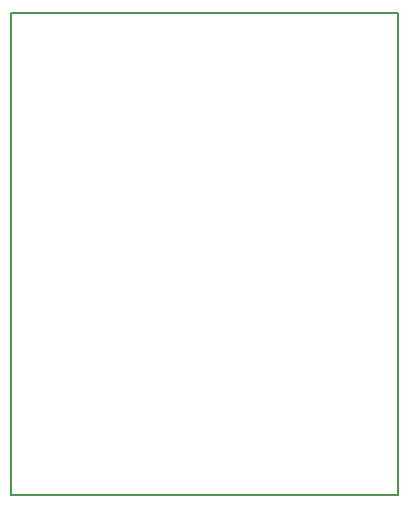
<source format=gm1>
G04 MADE WITH FRITZING*
G04 WWW.FRITZING.ORG*
G04 DOUBLE SIDED*
G04 HOLES PLATED*
G04 CONTOUR ON CENTER OF CONTOUR VECTOR*
%ASAXBY*%
%FSLAX23Y23*%
%MOIN*%
%OFA0B0*%
%SFA1.0B1.0*%
%ADD10R,1.299210X1.614170*%
%ADD11C,0.008000*%
%ADD10C,0.008*%
%LNCONTOUR*%
G90*
G70*
G54D10*
G54D11*
X4Y1610D02*
X1295Y1610D01*
X1295Y4D01*
X4Y4D01*
X4Y1610D01*
D02*
G04 End of contour*
M02*
</source>
